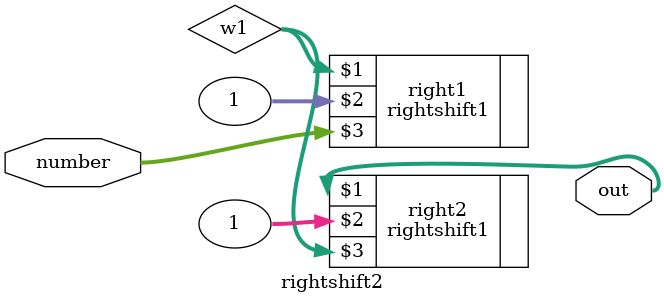
<source format=v>
module rightshift2(out, number);
    input [31:0] number;
    output [31:0] out;

    wire [31:0] w1;
    rightshift1 right1(w1, 1, number);
    rightshift1 right2(out, 1, w1);
endmodule
</source>
